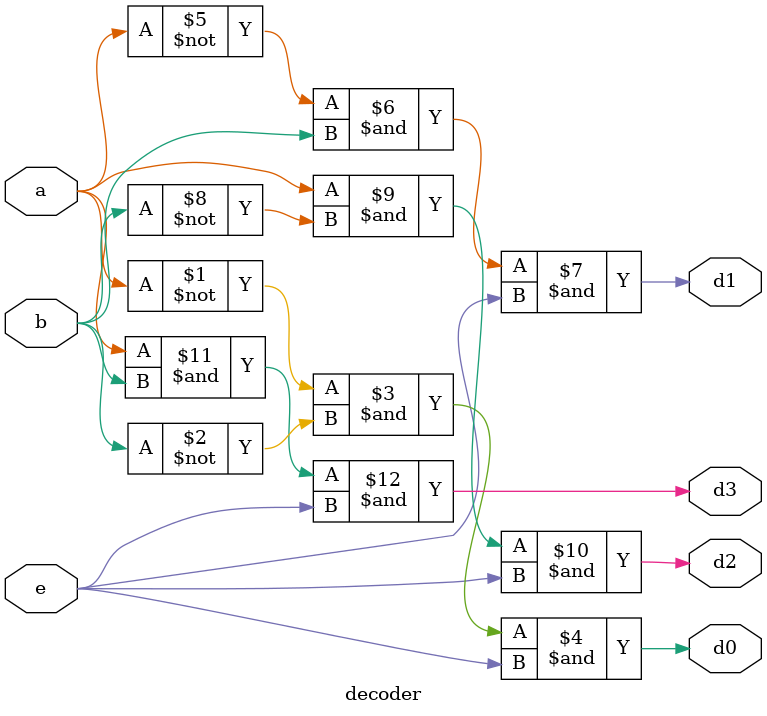
<source format=v>

module decoder(a,b,e,d0,d1,d2,d3);
input a,b,e;
output d0,d1,d2,d3;
assign d0=(~a&~b&e);
assign d1=(~a&b&e);
assign d2=(a&~b&e);
assign d3=(a&b&e);
endmodule

</source>
